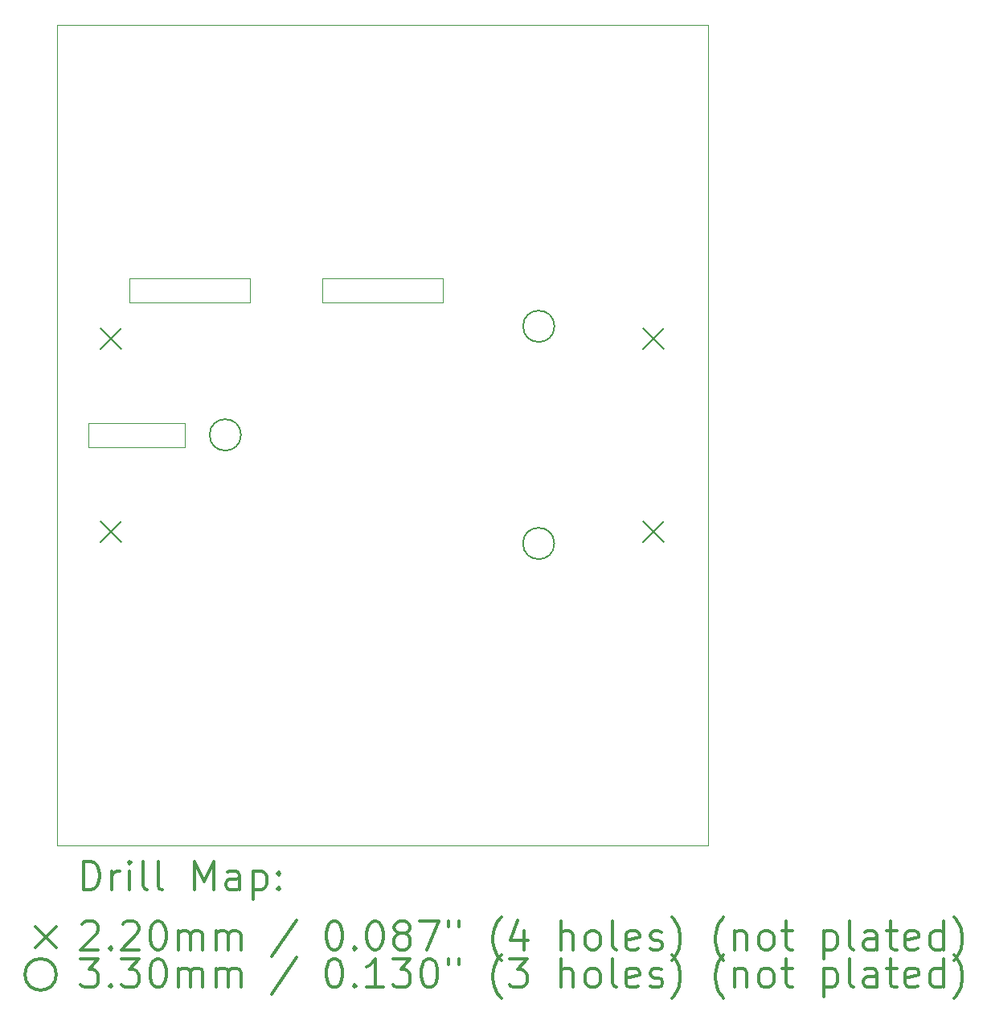
<source format=gbr>
%FSLAX45Y45*%
G04 Gerber Fmt 4.5, Leading zero omitted, Abs format (unit mm)*
G04 Created by KiCad (PCBNEW (5.1.4)-1) date 2019-12-10 10:16:07*
%MOMM*%
%LPD*%
G04 APERTURE LIST*
%ADD10C,0.100000*%
%ADD11C,0.200000*%
%ADD12C,0.300000*%
G04 APERTURE END LIST*
D10*
X4572600Y-5207000D02*
X4572600Y-5461000D01*
X3302600Y-5207000D02*
X3302600Y-5461000D01*
X3302600Y-5207000D02*
X4572600Y-5207000D01*
X3302600Y-5461000D02*
X4572600Y-5461000D01*
X5334000Y-5461000D02*
X5334000Y-5207000D01*
X6604000Y-5207000D02*
X6604000Y-5461000D01*
X5334000Y-5207000D02*
X6604000Y-5207000D01*
X5334000Y-5461000D02*
X6604000Y-5461000D01*
X2870200Y-6985000D02*
X3886200Y-6985000D01*
X3886200Y-6731000D02*
X2870200Y-6731000D01*
X2870200Y-6731000D02*
X2870200Y-6985000D01*
X2540000Y-11176000D02*
X9398000Y-11176000D01*
X9398000Y-2540000D02*
X9398000Y-11176000D01*
X2540000Y-2540000D02*
X2540000Y-11176000D01*
X3886200Y-6731000D02*
X3886200Y-6985000D01*
X2540000Y-2540000D02*
X9398000Y-2540000D01*
D11*
X8716500Y-7764000D02*
X8936500Y-7984000D01*
X8936500Y-7764000D02*
X8716500Y-7984000D01*
X3001500Y-5732000D02*
X3221500Y-5952000D01*
X3221500Y-5732000D02*
X3001500Y-5952000D01*
X8716500Y-5732000D02*
X8936500Y-5952000D01*
X8936500Y-5732000D02*
X8716500Y-5952000D01*
X3001500Y-7764000D02*
X3221500Y-7984000D01*
X3221500Y-7764000D02*
X3001500Y-7984000D01*
X4480460Y-6858000D02*
G75*
G03X4480460Y-6858000I-165000J0D01*
G01*
X7781500Y-8001000D02*
G75*
G03X7781500Y-8001000I-165000J0D01*
G01*
X7782460Y-5715000D02*
G75*
G03X7782460Y-5715000I-165000J0D01*
G01*
D12*
X2821428Y-11646714D02*
X2821428Y-11346714D01*
X2892857Y-11346714D01*
X2935714Y-11361000D01*
X2964286Y-11389571D01*
X2978571Y-11418143D01*
X2992857Y-11475286D01*
X2992857Y-11518143D01*
X2978571Y-11575286D01*
X2964286Y-11603857D01*
X2935714Y-11632429D01*
X2892857Y-11646714D01*
X2821428Y-11646714D01*
X3121428Y-11646714D02*
X3121428Y-11446714D01*
X3121428Y-11503857D02*
X3135714Y-11475286D01*
X3150000Y-11461000D01*
X3178571Y-11446714D01*
X3207143Y-11446714D01*
X3307143Y-11646714D02*
X3307143Y-11446714D01*
X3307143Y-11346714D02*
X3292857Y-11361000D01*
X3307143Y-11375286D01*
X3321428Y-11361000D01*
X3307143Y-11346714D01*
X3307143Y-11375286D01*
X3492857Y-11646714D02*
X3464286Y-11632429D01*
X3450000Y-11603857D01*
X3450000Y-11346714D01*
X3650000Y-11646714D02*
X3621428Y-11632429D01*
X3607143Y-11603857D01*
X3607143Y-11346714D01*
X3992857Y-11646714D02*
X3992857Y-11346714D01*
X4092857Y-11561000D01*
X4192857Y-11346714D01*
X4192857Y-11646714D01*
X4464286Y-11646714D02*
X4464286Y-11489571D01*
X4450000Y-11461000D01*
X4421428Y-11446714D01*
X4364286Y-11446714D01*
X4335714Y-11461000D01*
X4464286Y-11632429D02*
X4435714Y-11646714D01*
X4364286Y-11646714D01*
X4335714Y-11632429D01*
X4321428Y-11603857D01*
X4321428Y-11575286D01*
X4335714Y-11546714D01*
X4364286Y-11532429D01*
X4435714Y-11532429D01*
X4464286Y-11518143D01*
X4607143Y-11446714D02*
X4607143Y-11746714D01*
X4607143Y-11461000D02*
X4635714Y-11446714D01*
X4692857Y-11446714D01*
X4721428Y-11461000D01*
X4735714Y-11475286D01*
X4750000Y-11503857D01*
X4750000Y-11589571D01*
X4735714Y-11618143D01*
X4721428Y-11632429D01*
X4692857Y-11646714D01*
X4635714Y-11646714D01*
X4607143Y-11632429D01*
X4878571Y-11618143D02*
X4892857Y-11632429D01*
X4878571Y-11646714D01*
X4864286Y-11632429D01*
X4878571Y-11618143D01*
X4878571Y-11646714D01*
X4878571Y-11461000D02*
X4892857Y-11475286D01*
X4878571Y-11489571D01*
X4864286Y-11475286D01*
X4878571Y-11461000D01*
X4878571Y-11489571D01*
X2315000Y-12031000D02*
X2535000Y-12251000D01*
X2535000Y-12031000D02*
X2315000Y-12251000D01*
X2807143Y-12005286D02*
X2821428Y-11991000D01*
X2850000Y-11976714D01*
X2921428Y-11976714D01*
X2950000Y-11991000D01*
X2964286Y-12005286D01*
X2978571Y-12033857D01*
X2978571Y-12062429D01*
X2964286Y-12105286D01*
X2792857Y-12276714D01*
X2978571Y-12276714D01*
X3107143Y-12248143D02*
X3121428Y-12262429D01*
X3107143Y-12276714D01*
X3092857Y-12262429D01*
X3107143Y-12248143D01*
X3107143Y-12276714D01*
X3235714Y-12005286D02*
X3250000Y-11991000D01*
X3278571Y-11976714D01*
X3350000Y-11976714D01*
X3378571Y-11991000D01*
X3392857Y-12005286D01*
X3407143Y-12033857D01*
X3407143Y-12062429D01*
X3392857Y-12105286D01*
X3221428Y-12276714D01*
X3407143Y-12276714D01*
X3592857Y-11976714D02*
X3621428Y-11976714D01*
X3650000Y-11991000D01*
X3664286Y-12005286D01*
X3678571Y-12033857D01*
X3692857Y-12091000D01*
X3692857Y-12162429D01*
X3678571Y-12219571D01*
X3664286Y-12248143D01*
X3650000Y-12262429D01*
X3621428Y-12276714D01*
X3592857Y-12276714D01*
X3564286Y-12262429D01*
X3550000Y-12248143D01*
X3535714Y-12219571D01*
X3521428Y-12162429D01*
X3521428Y-12091000D01*
X3535714Y-12033857D01*
X3550000Y-12005286D01*
X3564286Y-11991000D01*
X3592857Y-11976714D01*
X3821428Y-12276714D02*
X3821428Y-12076714D01*
X3821428Y-12105286D02*
X3835714Y-12091000D01*
X3864286Y-12076714D01*
X3907143Y-12076714D01*
X3935714Y-12091000D01*
X3950000Y-12119571D01*
X3950000Y-12276714D01*
X3950000Y-12119571D02*
X3964286Y-12091000D01*
X3992857Y-12076714D01*
X4035714Y-12076714D01*
X4064286Y-12091000D01*
X4078571Y-12119571D01*
X4078571Y-12276714D01*
X4221428Y-12276714D02*
X4221428Y-12076714D01*
X4221428Y-12105286D02*
X4235714Y-12091000D01*
X4264286Y-12076714D01*
X4307143Y-12076714D01*
X4335714Y-12091000D01*
X4350000Y-12119571D01*
X4350000Y-12276714D01*
X4350000Y-12119571D02*
X4364286Y-12091000D01*
X4392857Y-12076714D01*
X4435714Y-12076714D01*
X4464286Y-12091000D01*
X4478571Y-12119571D01*
X4478571Y-12276714D01*
X5064286Y-11962429D02*
X4807143Y-12348143D01*
X5450000Y-11976714D02*
X5478571Y-11976714D01*
X5507143Y-11991000D01*
X5521428Y-12005286D01*
X5535714Y-12033857D01*
X5550000Y-12091000D01*
X5550000Y-12162429D01*
X5535714Y-12219571D01*
X5521428Y-12248143D01*
X5507143Y-12262429D01*
X5478571Y-12276714D01*
X5450000Y-12276714D01*
X5421428Y-12262429D01*
X5407143Y-12248143D01*
X5392857Y-12219571D01*
X5378571Y-12162429D01*
X5378571Y-12091000D01*
X5392857Y-12033857D01*
X5407143Y-12005286D01*
X5421428Y-11991000D01*
X5450000Y-11976714D01*
X5678571Y-12248143D02*
X5692857Y-12262429D01*
X5678571Y-12276714D01*
X5664286Y-12262429D01*
X5678571Y-12248143D01*
X5678571Y-12276714D01*
X5878571Y-11976714D02*
X5907143Y-11976714D01*
X5935714Y-11991000D01*
X5950000Y-12005286D01*
X5964286Y-12033857D01*
X5978571Y-12091000D01*
X5978571Y-12162429D01*
X5964286Y-12219571D01*
X5950000Y-12248143D01*
X5935714Y-12262429D01*
X5907143Y-12276714D01*
X5878571Y-12276714D01*
X5850000Y-12262429D01*
X5835714Y-12248143D01*
X5821428Y-12219571D01*
X5807143Y-12162429D01*
X5807143Y-12091000D01*
X5821428Y-12033857D01*
X5835714Y-12005286D01*
X5850000Y-11991000D01*
X5878571Y-11976714D01*
X6150000Y-12105286D02*
X6121428Y-12091000D01*
X6107143Y-12076714D01*
X6092857Y-12048143D01*
X6092857Y-12033857D01*
X6107143Y-12005286D01*
X6121428Y-11991000D01*
X6150000Y-11976714D01*
X6207143Y-11976714D01*
X6235714Y-11991000D01*
X6250000Y-12005286D01*
X6264286Y-12033857D01*
X6264286Y-12048143D01*
X6250000Y-12076714D01*
X6235714Y-12091000D01*
X6207143Y-12105286D01*
X6150000Y-12105286D01*
X6121428Y-12119571D01*
X6107143Y-12133857D01*
X6092857Y-12162429D01*
X6092857Y-12219571D01*
X6107143Y-12248143D01*
X6121428Y-12262429D01*
X6150000Y-12276714D01*
X6207143Y-12276714D01*
X6235714Y-12262429D01*
X6250000Y-12248143D01*
X6264286Y-12219571D01*
X6264286Y-12162429D01*
X6250000Y-12133857D01*
X6235714Y-12119571D01*
X6207143Y-12105286D01*
X6364286Y-11976714D02*
X6564286Y-11976714D01*
X6435714Y-12276714D01*
X6664286Y-11976714D02*
X6664286Y-12033857D01*
X6778571Y-11976714D02*
X6778571Y-12033857D01*
X7221428Y-12391000D02*
X7207143Y-12376714D01*
X7178571Y-12333857D01*
X7164286Y-12305286D01*
X7150000Y-12262429D01*
X7135714Y-12191000D01*
X7135714Y-12133857D01*
X7150000Y-12062429D01*
X7164286Y-12019571D01*
X7178571Y-11991000D01*
X7207143Y-11948143D01*
X7221428Y-11933857D01*
X7464286Y-12076714D02*
X7464286Y-12276714D01*
X7392857Y-11962429D02*
X7321428Y-12176714D01*
X7507143Y-12176714D01*
X7850000Y-12276714D02*
X7850000Y-11976714D01*
X7978571Y-12276714D02*
X7978571Y-12119571D01*
X7964286Y-12091000D01*
X7935714Y-12076714D01*
X7892857Y-12076714D01*
X7864286Y-12091000D01*
X7850000Y-12105286D01*
X8164286Y-12276714D02*
X8135714Y-12262429D01*
X8121428Y-12248143D01*
X8107143Y-12219571D01*
X8107143Y-12133857D01*
X8121428Y-12105286D01*
X8135714Y-12091000D01*
X8164286Y-12076714D01*
X8207143Y-12076714D01*
X8235714Y-12091000D01*
X8250000Y-12105286D01*
X8264286Y-12133857D01*
X8264286Y-12219571D01*
X8250000Y-12248143D01*
X8235714Y-12262429D01*
X8207143Y-12276714D01*
X8164286Y-12276714D01*
X8435714Y-12276714D02*
X8407143Y-12262429D01*
X8392857Y-12233857D01*
X8392857Y-11976714D01*
X8664286Y-12262429D02*
X8635714Y-12276714D01*
X8578571Y-12276714D01*
X8550000Y-12262429D01*
X8535714Y-12233857D01*
X8535714Y-12119571D01*
X8550000Y-12091000D01*
X8578571Y-12076714D01*
X8635714Y-12076714D01*
X8664286Y-12091000D01*
X8678571Y-12119571D01*
X8678571Y-12148143D01*
X8535714Y-12176714D01*
X8792857Y-12262429D02*
X8821428Y-12276714D01*
X8878571Y-12276714D01*
X8907143Y-12262429D01*
X8921428Y-12233857D01*
X8921428Y-12219571D01*
X8907143Y-12191000D01*
X8878571Y-12176714D01*
X8835714Y-12176714D01*
X8807143Y-12162429D01*
X8792857Y-12133857D01*
X8792857Y-12119571D01*
X8807143Y-12091000D01*
X8835714Y-12076714D01*
X8878571Y-12076714D01*
X8907143Y-12091000D01*
X9021428Y-12391000D02*
X9035714Y-12376714D01*
X9064286Y-12333857D01*
X9078571Y-12305286D01*
X9092857Y-12262429D01*
X9107143Y-12191000D01*
X9107143Y-12133857D01*
X9092857Y-12062429D01*
X9078571Y-12019571D01*
X9064286Y-11991000D01*
X9035714Y-11948143D01*
X9021428Y-11933857D01*
X9564286Y-12391000D02*
X9550000Y-12376714D01*
X9521428Y-12333857D01*
X9507143Y-12305286D01*
X9492857Y-12262429D01*
X9478571Y-12191000D01*
X9478571Y-12133857D01*
X9492857Y-12062429D01*
X9507143Y-12019571D01*
X9521428Y-11991000D01*
X9550000Y-11948143D01*
X9564286Y-11933857D01*
X9678571Y-12076714D02*
X9678571Y-12276714D01*
X9678571Y-12105286D02*
X9692857Y-12091000D01*
X9721428Y-12076714D01*
X9764286Y-12076714D01*
X9792857Y-12091000D01*
X9807143Y-12119571D01*
X9807143Y-12276714D01*
X9992857Y-12276714D02*
X9964286Y-12262429D01*
X9950000Y-12248143D01*
X9935714Y-12219571D01*
X9935714Y-12133857D01*
X9950000Y-12105286D01*
X9964286Y-12091000D01*
X9992857Y-12076714D01*
X10035714Y-12076714D01*
X10064286Y-12091000D01*
X10078571Y-12105286D01*
X10092857Y-12133857D01*
X10092857Y-12219571D01*
X10078571Y-12248143D01*
X10064286Y-12262429D01*
X10035714Y-12276714D01*
X9992857Y-12276714D01*
X10178571Y-12076714D02*
X10292857Y-12076714D01*
X10221428Y-11976714D02*
X10221428Y-12233857D01*
X10235714Y-12262429D01*
X10264286Y-12276714D01*
X10292857Y-12276714D01*
X10621428Y-12076714D02*
X10621428Y-12376714D01*
X10621428Y-12091000D02*
X10650000Y-12076714D01*
X10707143Y-12076714D01*
X10735714Y-12091000D01*
X10750000Y-12105286D01*
X10764286Y-12133857D01*
X10764286Y-12219571D01*
X10750000Y-12248143D01*
X10735714Y-12262429D01*
X10707143Y-12276714D01*
X10650000Y-12276714D01*
X10621428Y-12262429D01*
X10935714Y-12276714D02*
X10907143Y-12262429D01*
X10892857Y-12233857D01*
X10892857Y-11976714D01*
X11178571Y-12276714D02*
X11178571Y-12119571D01*
X11164286Y-12091000D01*
X11135714Y-12076714D01*
X11078571Y-12076714D01*
X11050000Y-12091000D01*
X11178571Y-12262429D02*
X11150000Y-12276714D01*
X11078571Y-12276714D01*
X11050000Y-12262429D01*
X11035714Y-12233857D01*
X11035714Y-12205286D01*
X11050000Y-12176714D01*
X11078571Y-12162429D01*
X11150000Y-12162429D01*
X11178571Y-12148143D01*
X11278571Y-12076714D02*
X11392857Y-12076714D01*
X11321428Y-11976714D02*
X11321428Y-12233857D01*
X11335714Y-12262429D01*
X11364286Y-12276714D01*
X11392857Y-12276714D01*
X11607143Y-12262429D02*
X11578571Y-12276714D01*
X11521428Y-12276714D01*
X11492857Y-12262429D01*
X11478571Y-12233857D01*
X11478571Y-12119571D01*
X11492857Y-12091000D01*
X11521428Y-12076714D01*
X11578571Y-12076714D01*
X11607143Y-12091000D01*
X11621428Y-12119571D01*
X11621428Y-12148143D01*
X11478571Y-12176714D01*
X11878571Y-12276714D02*
X11878571Y-11976714D01*
X11878571Y-12262429D02*
X11850000Y-12276714D01*
X11792857Y-12276714D01*
X11764286Y-12262429D01*
X11750000Y-12248143D01*
X11735714Y-12219571D01*
X11735714Y-12133857D01*
X11750000Y-12105286D01*
X11764286Y-12091000D01*
X11792857Y-12076714D01*
X11850000Y-12076714D01*
X11878571Y-12091000D01*
X11992857Y-12391000D02*
X12007143Y-12376714D01*
X12035714Y-12333857D01*
X12050000Y-12305286D01*
X12064286Y-12262429D01*
X12078571Y-12191000D01*
X12078571Y-12133857D01*
X12064286Y-12062429D01*
X12050000Y-12019571D01*
X12035714Y-11991000D01*
X12007143Y-11948143D01*
X11992857Y-11933857D01*
X2535000Y-12537000D02*
G75*
G03X2535000Y-12537000I-165000J0D01*
G01*
X2792857Y-12372714D02*
X2978571Y-12372714D01*
X2878571Y-12487000D01*
X2921428Y-12487000D01*
X2950000Y-12501286D01*
X2964286Y-12515571D01*
X2978571Y-12544143D01*
X2978571Y-12615571D01*
X2964286Y-12644143D01*
X2950000Y-12658429D01*
X2921428Y-12672714D01*
X2835714Y-12672714D01*
X2807143Y-12658429D01*
X2792857Y-12644143D01*
X3107143Y-12644143D02*
X3121428Y-12658429D01*
X3107143Y-12672714D01*
X3092857Y-12658429D01*
X3107143Y-12644143D01*
X3107143Y-12672714D01*
X3221428Y-12372714D02*
X3407143Y-12372714D01*
X3307143Y-12487000D01*
X3350000Y-12487000D01*
X3378571Y-12501286D01*
X3392857Y-12515571D01*
X3407143Y-12544143D01*
X3407143Y-12615571D01*
X3392857Y-12644143D01*
X3378571Y-12658429D01*
X3350000Y-12672714D01*
X3264286Y-12672714D01*
X3235714Y-12658429D01*
X3221428Y-12644143D01*
X3592857Y-12372714D02*
X3621428Y-12372714D01*
X3650000Y-12387000D01*
X3664286Y-12401286D01*
X3678571Y-12429857D01*
X3692857Y-12487000D01*
X3692857Y-12558429D01*
X3678571Y-12615571D01*
X3664286Y-12644143D01*
X3650000Y-12658429D01*
X3621428Y-12672714D01*
X3592857Y-12672714D01*
X3564286Y-12658429D01*
X3550000Y-12644143D01*
X3535714Y-12615571D01*
X3521428Y-12558429D01*
X3521428Y-12487000D01*
X3535714Y-12429857D01*
X3550000Y-12401286D01*
X3564286Y-12387000D01*
X3592857Y-12372714D01*
X3821428Y-12672714D02*
X3821428Y-12472714D01*
X3821428Y-12501286D02*
X3835714Y-12487000D01*
X3864286Y-12472714D01*
X3907143Y-12472714D01*
X3935714Y-12487000D01*
X3950000Y-12515571D01*
X3950000Y-12672714D01*
X3950000Y-12515571D02*
X3964286Y-12487000D01*
X3992857Y-12472714D01*
X4035714Y-12472714D01*
X4064286Y-12487000D01*
X4078571Y-12515571D01*
X4078571Y-12672714D01*
X4221428Y-12672714D02*
X4221428Y-12472714D01*
X4221428Y-12501286D02*
X4235714Y-12487000D01*
X4264286Y-12472714D01*
X4307143Y-12472714D01*
X4335714Y-12487000D01*
X4350000Y-12515571D01*
X4350000Y-12672714D01*
X4350000Y-12515571D02*
X4364286Y-12487000D01*
X4392857Y-12472714D01*
X4435714Y-12472714D01*
X4464286Y-12487000D01*
X4478571Y-12515571D01*
X4478571Y-12672714D01*
X5064286Y-12358429D02*
X4807143Y-12744143D01*
X5450000Y-12372714D02*
X5478571Y-12372714D01*
X5507143Y-12387000D01*
X5521428Y-12401286D01*
X5535714Y-12429857D01*
X5550000Y-12487000D01*
X5550000Y-12558429D01*
X5535714Y-12615571D01*
X5521428Y-12644143D01*
X5507143Y-12658429D01*
X5478571Y-12672714D01*
X5450000Y-12672714D01*
X5421428Y-12658429D01*
X5407143Y-12644143D01*
X5392857Y-12615571D01*
X5378571Y-12558429D01*
X5378571Y-12487000D01*
X5392857Y-12429857D01*
X5407143Y-12401286D01*
X5421428Y-12387000D01*
X5450000Y-12372714D01*
X5678571Y-12644143D02*
X5692857Y-12658429D01*
X5678571Y-12672714D01*
X5664286Y-12658429D01*
X5678571Y-12644143D01*
X5678571Y-12672714D01*
X5978571Y-12672714D02*
X5807143Y-12672714D01*
X5892857Y-12672714D02*
X5892857Y-12372714D01*
X5864286Y-12415571D01*
X5835714Y-12444143D01*
X5807143Y-12458429D01*
X6078571Y-12372714D02*
X6264286Y-12372714D01*
X6164286Y-12487000D01*
X6207143Y-12487000D01*
X6235714Y-12501286D01*
X6250000Y-12515571D01*
X6264286Y-12544143D01*
X6264286Y-12615571D01*
X6250000Y-12644143D01*
X6235714Y-12658429D01*
X6207143Y-12672714D01*
X6121428Y-12672714D01*
X6092857Y-12658429D01*
X6078571Y-12644143D01*
X6450000Y-12372714D02*
X6478571Y-12372714D01*
X6507143Y-12387000D01*
X6521428Y-12401286D01*
X6535714Y-12429857D01*
X6550000Y-12487000D01*
X6550000Y-12558429D01*
X6535714Y-12615571D01*
X6521428Y-12644143D01*
X6507143Y-12658429D01*
X6478571Y-12672714D01*
X6450000Y-12672714D01*
X6421428Y-12658429D01*
X6407143Y-12644143D01*
X6392857Y-12615571D01*
X6378571Y-12558429D01*
X6378571Y-12487000D01*
X6392857Y-12429857D01*
X6407143Y-12401286D01*
X6421428Y-12387000D01*
X6450000Y-12372714D01*
X6664286Y-12372714D02*
X6664286Y-12429857D01*
X6778571Y-12372714D02*
X6778571Y-12429857D01*
X7221428Y-12787000D02*
X7207143Y-12772714D01*
X7178571Y-12729857D01*
X7164286Y-12701286D01*
X7150000Y-12658429D01*
X7135714Y-12587000D01*
X7135714Y-12529857D01*
X7150000Y-12458429D01*
X7164286Y-12415571D01*
X7178571Y-12387000D01*
X7207143Y-12344143D01*
X7221428Y-12329857D01*
X7307143Y-12372714D02*
X7492857Y-12372714D01*
X7392857Y-12487000D01*
X7435714Y-12487000D01*
X7464286Y-12501286D01*
X7478571Y-12515571D01*
X7492857Y-12544143D01*
X7492857Y-12615571D01*
X7478571Y-12644143D01*
X7464286Y-12658429D01*
X7435714Y-12672714D01*
X7350000Y-12672714D01*
X7321428Y-12658429D01*
X7307143Y-12644143D01*
X7850000Y-12672714D02*
X7850000Y-12372714D01*
X7978571Y-12672714D02*
X7978571Y-12515571D01*
X7964286Y-12487000D01*
X7935714Y-12472714D01*
X7892857Y-12472714D01*
X7864286Y-12487000D01*
X7850000Y-12501286D01*
X8164286Y-12672714D02*
X8135714Y-12658429D01*
X8121428Y-12644143D01*
X8107143Y-12615571D01*
X8107143Y-12529857D01*
X8121428Y-12501286D01*
X8135714Y-12487000D01*
X8164286Y-12472714D01*
X8207143Y-12472714D01*
X8235714Y-12487000D01*
X8250000Y-12501286D01*
X8264286Y-12529857D01*
X8264286Y-12615571D01*
X8250000Y-12644143D01*
X8235714Y-12658429D01*
X8207143Y-12672714D01*
X8164286Y-12672714D01*
X8435714Y-12672714D02*
X8407143Y-12658429D01*
X8392857Y-12629857D01*
X8392857Y-12372714D01*
X8664286Y-12658429D02*
X8635714Y-12672714D01*
X8578571Y-12672714D01*
X8550000Y-12658429D01*
X8535714Y-12629857D01*
X8535714Y-12515571D01*
X8550000Y-12487000D01*
X8578571Y-12472714D01*
X8635714Y-12472714D01*
X8664286Y-12487000D01*
X8678571Y-12515571D01*
X8678571Y-12544143D01*
X8535714Y-12572714D01*
X8792857Y-12658429D02*
X8821428Y-12672714D01*
X8878571Y-12672714D01*
X8907143Y-12658429D01*
X8921428Y-12629857D01*
X8921428Y-12615571D01*
X8907143Y-12587000D01*
X8878571Y-12572714D01*
X8835714Y-12572714D01*
X8807143Y-12558429D01*
X8792857Y-12529857D01*
X8792857Y-12515571D01*
X8807143Y-12487000D01*
X8835714Y-12472714D01*
X8878571Y-12472714D01*
X8907143Y-12487000D01*
X9021428Y-12787000D02*
X9035714Y-12772714D01*
X9064286Y-12729857D01*
X9078571Y-12701286D01*
X9092857Y-12658429D01*
X9107143Y-12587000D01*
X9107143Y-12529857D01*
X9092857Y-12458429D01*
X9078571Y-12415571D01*
X9064286Y-12387000D01*
X9035714Y-12344143D01*
X9021428Y-12329857D01*
X9564286Y-12787000D02*
X9550000Y-12772714D01*
X9521428Y-12729857D01*
X9507143Y-12701286D01*
X9492857Y-12658429D01*
X9478571Y-12587000D01*
X9478571Y-12529857D01*
X9492857Y-12458429D01*
X9507143Y-12415571D01*
X9521428Y-12387000D01*
X9550000Y-12344143D01*
X9564286Y-12329857D01*
X9678571Y-12472714D02*
X9678571Y-12672714D01*
X9678571Y-12501286D02*
X9692857Y-12487000D01*
X9721428Y-12472714D01*
X9764286Y-12472714D01*
X9792857Y-12487000D01*
X9807143Y-12515571D01*
X9807143Y-12672714D01*
X9992857Y-12672714D02*
X9964286Y-12658429D01*
X9950000Y-12644143D01*
X9935714Y-12615571D01*
X9935714Y-12529857D01*
X9950000Y-12501286D01*
X9964286Y-12487000D01*
X9992857Y-12472714D01*
X10035714Y-12472714D01*
X10064286Y-12487000D01*
X10078571Y-12501286D01*
X10092857Y-12529857D01*
X10092857Y-12615571D01*
X10078571Y-12644143D01*
X10064286Y-12658429D01*
X10035714Y-12672714D01*
X9992857Y-12672714D01*
X10178571Y-12472714D02*
X10292857Y-12472714D01*
X10221428Y-12372714D02*
X10221428Y-12629857D01*
X10235714Y-12658429D01*
X10264286Y-12672714D01*
X10292857Y-12672714D01*
X10621428Y-12472714D02*
X10621428Y-12772714D01*
X10621428Y-12487000D02*
X10650000Y-12472714D01*
X10707143Y-12472714D01*
X10735714Y-12487000D01*
X10750000Y-12501286D01*
X10764286Y-12529857D01*
X10764286Y-12615571D01*
X10750000Y-12644143D01*
X10735714Y-12658429D01*
X10707143Y-12672714D01*
X10650000Y-12672714D01*
X10621428Y-12658429D01*
X10935714Y-12672714D02*
X10907143Y-12658429D01*
X10892857Y-12629857D01*
X10892857Y-12372714D01*
X11178571Y-12672714D02*
X11178571Y-12515571D01*
X11164286Y-12487000D01*
X11135714Y-12472714D01*
X11078571Y-12472714D01*
X11050000Y-12487000D01*
X11178571Y-12658429D02*
X11150000Y-12672714D01*
X11078571Y-12672714D01*
X11050000Y-12658429D01*
X11035714Y-12629857D01*
X11035714Y-12601286D01*
X11050000Y-12572714D01*
X11078571Y-12558429D01*
X11150000Y-12558429D01*
X11178571Y-12544143D01*
X11278571Y-12472714D02*
X11392857Y-12472714D01*
X11321428Y-12372714D02*
X11321428Y-12629857D01*
X11335714Y-12658429D01*
X11364286Y-12672714D01*
X11392857Y-12672714D01*
X11607143Y-12658429D02*
X11578571Y-12672714D01*
X11521428Y-12672714D01*
X11492857Y-12658429D01*
X11478571Y-12629857D01*
X11478571Y-12515571D01*
X11492857Y-12487000D01*
X11521428Y-12472714D01*
X11578571Y-12472714D01*
X11607143Y-12487000D01*
X11621428Y-12515571D01*
X11621428Y-12544143D01*
X11478571Y-12572714D01*
X11878571Y-12672714D02*
X11878571Y-12372714D01*
X11878571Y-12658429D02*
X11850000Y-12672714D01*
X11792857Y-12672714D01*
X11764286Y-12658429D01*
X11750000Y-12644143D01*
X11735714Y-12615571D01*
X11735714Y-12529857D01*
X11750000Y-12501286D01*
X11764286Y-12487000D01*
X11792857Y-12472714D01*
X11850000Y-12472714D01*
X11878571Y-12487000D01*
X11992857Y-12787000D02*
X12007143Y-12772714D01*
X12035714Y-12729857D01*
X12050000Y-12701286D01*
X12064286Y-12658429D01*
X12078571Y-12587000D01*
X12078571Y-12529857D01*
X12064286Y-12458429D01*
X12050000Y-12415571D01*
X12035714Y-12387000D01*
X12007143Y-12344143D01*
X11992857Y-12329857D01*
M02*

</source>
